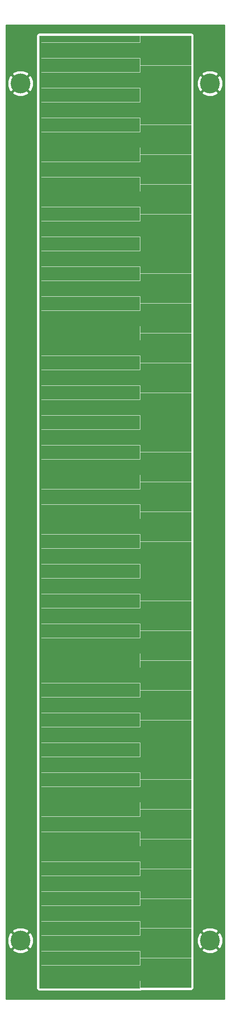
<source format=gbr>
G04 #@! TF.FileFunction,Copper,L1,Top,Signal*
%FSLAX46Y46*%
G04 Gerber Fmt 4.6, Leading zero omitted, Abs format (unit mm)*
G04 Created by KiCad (PCBNEW 4.0.7) date Thu May 24 18:36:53 2018*
%MOMM*%
%LPD*%
G01*
G04 APERTURE LIST*
%ADD10C,0.100000*%
%ADD11C,0.001000*%
%ADD12C,4.175000*%
%ADD13C,0.254000*%
G04 APERTURE END LIST*
D10*
D11*
G36*
X100000000Y-100000000D02*
X100000000Y-101482500D01*
X79200000Y-101482500D01*
X79200000Y-104607500D01*
X100000000Y-104607500D01*
X100000000Y-106090000D01*
X110640000Y-106090000D01*
X110640000Y-100000000D01*
X100000000Y-100000000D01*
G37*
X100000000Y-100000000D02*
X100000000Y-101482500D01*
X79200000Y-101482500D01*
X79200000Y-104607500D01*
X100000000Y-104607500D01*
X100000000Y-106090000D01*
X110640000Y-106090000D01*
X110640000Y-100000000D01*
X100000000Y-100000000D01*
G36*
X100000000Y-106250000D02*
X100000000Y-107732500D01*
X79200000Y-107732500D01*
X79200000Y-110857500D01*
X100000000Y-110857500D01*
X100000000Y-112340000D01*
X110640000Y-112340000D01*
X110640000Y-106250000D01*
X100000000Y-106250000D01*
G37*
X100000000Y-106250000D02*
X100000000Y-107732500D01*
X79200000Y-107732500D01*
X79200000Y-110857500D01*
X100000000Y-110857500D01*
X100000000Y-112340000D01*
X110640000Y-112340000D01*
X110640000Y-106250000D01*
X100000000Y-106250000D01*
G36*
X100000000Y-112500000D02*
X100000000Y-113982500D01*
X79200000Y-113982500D01*
X79200000Y-117107500D01*
X100000000Y-117107500D01*
X100000000Y-118590000D01*
X110640000Y-118590000D01*
X110640000Y-112500000D01*
X100000000Y-112500000D01*
G37*
X100000000Y-112500000D02*
X100000000Y-113982500D01*
X79200000Y-113982500D01*
X79200000Y-117107500D01*
X100000000Y-117107500D01*
X100000000Y-118590000D01*
X110640000Y-118590000D01*
X110640000Y-112500000D01*
X100000000Y-112500000D01*
G36*
X100000000Y-118750000D02*
X100000000Y-120232500D01*
X79200000Y-120232500D01*
X79200000Y-123357500D01*
X100000000Y-123357500D01*
X100000000Y-124840000D01*
X110640000Y-124840000D01*
X110640000Y-118750000D01*
X100000000Y-118750000D01*
G37*
X100000000Y-118750000D02*
X100000000Y-120232500D01*
X79200000Y-120232500D01*
X79200000Y-123357500D01*
X100000000Y-123357500D01*
X100000000Y-124840000D01*
X110640000Y-124840000D01*
X110640000Y-118750000D01*
X100000000Y-118750000D01*
G36*
X100000000Y-125000000D02*
X100000000Y-126482500D01*
X79200000Y-126482500D01*
X79200000Y-129607500D01*
X100000000Y-129607500D01*
X100000000Y-131090000D01*
X110640000Y-131090000D01*
X110640000Y-125000000D01*
X100000000Y-125000000D01*
G37*
X100000000Y-125000000D02*
X100000000Y-126482500D01*
X79200000Y-126482500D01*
X79200000Y-129607500D01*
X100000000Y-129607500D01*
X100000000Y-131090000D01*
X110640000Y-131090000D01*
X110640000Y-125000000D01*
X100000000Y-125000000D01*
G36*
X100000000Y-131250000D02*
X100000000Y-132732500D01*
X79200000Y-132732500D01*
X79200000Y-135857500D01*
X100000000Y-135857500D01*
X100000000Y-137340000D01*
X110640000Y-137340000D01*
X110640000Y-131250000D01*
X100000000Y-131250000D01*
G37*
X100000000Y-131250000D02*
X100000000Y-132732500D01*
X79200000Y-132732500D01*
X79200000Y-135857500D01*
X100000000Y-135857500D01*
X100000000Y-137340000D01*
X110640000Y-137340000D01*
X110640000Y-131250000D01*
X100000000Y-131250000D01*
G36*
X100000000Y-137500000D02*
X100000000Y-138982500D01*
X79200000Y-138982500D01*
X79200000Y-142107500D01*
X100000000Y-142107500D01*
X100000000Y-143590000D01*
X110640000Y-143590000D01*
X110640000Y-137500000D01*
X100000000Y-137500000D01*
G37*
X100000000Y-137500000D02*
X100000000Y-138982500D01*
X79200000Y-138982500D01*
X79200000Y-142107500D01*
X100000000Y-142107500D01*
X100000000Y-143590000D01*
X110640000Y-143590000D01*
X110640000Y-137500000D01*
X100000000Y-137500000D01*
G36*
X100000000Y-143750000D02*
X100000000Y-145232500D01*
X79200000Y-145232500D01*
X79200000Y-148357500D01*
X100000000Y-148357500D01*
X100000000Y-149840000D01*
X110640000Y-149840000D01*
X110640000Y-143750000D01*
X100000000Y-143750000D01*
G37*
X100000000Y-143750000D02*
X100000000Y-145232500D01*
X79200000Y-145232500D01*
X79200000Y-148357500D01*
X100000000Y-148357500D01*
X100000000Y-149840000D01*
X110640000Y-149840000D01*
X110640000Y-143750000D01*
X100000000Y-143750000D01*
G36*
X100000000Y-150000000D02*
X100000000Y-151482500D01*
X79200000Y-151482500D01*
X79200000Y-154607500D01*
X100000000Y-154607500D01*
X100000000Y-156090000D01*
X110640000Y-156090000D01*
X110640000Y-150000000D01*
X100000000Y-150000000D01*
G37*
X100000000Y-150000000D02*
X100000000Y-151482500D01*
X79200000Y-151482500D01*
X79200000Y-154607500D01*
X100000000Y-154607500D01*
X100000000Y-156090000D01*
X110640000Y-156090000D01*
X110640000Y-150000000D01*
X100000000Y-150000000D01*
G36*
X100000000Y-156250000D02*
X100000000Y-157732500D01*
X79200000Y-157732500D01*
X79200000Y-160857500D01*
X100000000Y-160857500D01*
X100000000Y-162340000D01*
X110640000Y-162340000D01*
X110640000Y-156250000D01*
X100000000Y-156250000D01*
G37*
X100000000Y-156250000D02*
X100000000Y-157732500D01*
X79200000Y-157732500D01*
X79200000Y-160857500D01*
X100000000Y-160857500D01*
X100000000Y-162340000D01*
X110640000Y-162340000D01*
X110640000Y-156250000D01*
X100000000Y-156250000D01*
G36*
X100000000Y-162500000D02*
X100000000Y-163982500D01*
X79200000Y-163982500D01*
X79200000Y-167107500D01*
X100000000Y-167107500D01*
X100000000Y-168590000D01*
X110640000Y-168590000D01*
X110640000Y-162500000D01*
X100000000Y-162500000D01*
G37*
X100000000Y-162500000D02*
X100000000Y-163982500D01*
X79200000Y-163982500D01*
X79200000Y-167107500D01*
X100000000Y-167107500D01*
X100000000Y-168590000D01*
X110640000Y-168590000D01*
X110640000Y-162500000D01*
X100000000Y-162500000D01*
G36*
X100000000Y-168750000D02*
X100000000Y-170232500D01*
X79200000Y-170232500D01*
X79200000Y-173357500D01*
X100000000Y-173357500D01*
X100000000Y-174840000D01*
X110640000Y-174840000D01*
X110640000Y-168750000D01*
X100000000Y-168750000D01*
G37*
X100000000Y-168750000D02*
X100000000Y-170232500D01*
X79200000Y-170232500D01*
X79200000Y-173357500D01*
X100000000Y-173357500D01*
X100000000Y-174840000D01*
X110640000Y-174840000D01*
X110640000Y-168750000D01*
X100000000Y-168750000D01*
G36*
X100000000Y-175000000D02*
X100000000Y-176482500D01*
X79200000Y-176482500D01*
X79200000Y-179607500D01*
X100000000Y-179607500D01*
X100000000Y-181090000D01*
X110640000Y-181090000D01*
X110640000Y-175000000D01*
X100000000Y-175000000D01*
G37*
X100000000Y-175000000D02*
X100000000Y-176482500D01*
X79200000Y-176482500D01*
X79200000Y-179607500D01*
X100000000Y-179607500D01*
X100000000Y-181090000D01*
X110640000Y-181090000D01*
X110640000Y-175000000D01*
X100000000Y-175000000D01*
G36*
X100000000Y-181250000D02*
X100000000Y-182732500D01*
X79200000Y-182732500D01*
X79200000Y-185857500D01*
X100000000Y-185857500D01*
X100000000Y-187340000D01*
X110640000Y-187340000D01*
X110640000Y-181250000D01*
X100000000Y-181250000D01*
G37*
X100000000Y-181250000D02*
X100000000Y-182732500D01*
X79200000Y-182732500D01*
X79200000Y-185857500D01*
X100000000Y-185857500D01*
X100000000Y-187340000D01*
X110640000Y-187340000D01*
X110640000Y-181250000D01*
X100000000Y-181250000D01*
G36*
X100000000Y-187500000D02*
X100000000Y-188982500D01*
X79200000Y-188982500D01*
X79200000Y-192107500D01*
X100000000Y-192107500D01*
X100000000Y-193590000D01*
X110640000Y-193590000D01*
X110640000Y-187500000D01*
X100000000Y-187500000D01*
G37*
X100000000Y-187500000D02*
X100000000Y-188982500D01*
X79200000Y-188982500D01*
X79200000Y-192107500D01*
X100000000Y-192107500D01*
X100000000Y-193590000D01*
X110640000Y-193590000D01*
X110640000Y-187500000D01*
X100000000Y-187500000D01*
G36*
X100000000Y-193750000D02*
X100000000Y-195232500D01*
X79200000Y-195232500D01*
X79200000Y-198357500D01*
X100000000Y-198357500D01*
X100000000Y-199840000D01*
X110640000Y-199840000D01*
X110640000Y-193750000D01*
X100000000Y-193750000D01*
G37*
X100000000Y-193750000D02*
X100000000Y-195232500D01*
X79200000Y-195232500D01*
X79200000Y-198357500D01*
X100000000Y-198357500D01*
X100000000Y-199840000D01*
X110640000Y-199840000D01*
X110640000Y-193750000D01*
X100000000Y-193750000D01*
G36*
X100000000Y-200000000D02*
X100000000Y-201482500D01*
X79200000Y-201482500D01*
X79200000Y-204607500D01*
X100000000Y-204607500D01*
X100000000Y-206090000D01*
X110640000Y-206090000D01*
X110640000Y-200000000D01*
X100000000Y-200000000D01*
G37*
X100000000Y-200000000D02*
X100000000Y-201482500D01*
X79200000Y-201482500D01*
X79200000Y-204607500D01*
X100000000Y-204607500D01*
X100000000Y-206090000D01*
X110640000Y-206090000D01*
X110640000Y-200000000D01*
X100000000Y-200000000D01*
G36*
X100000000Y-206250000D02*
X100000000Y-207732500D01*
X79200000Y-207732500D01*
X79200000Y-210857500D01*
X100000000Y-210857500D01*
X100000000Y-212340000D01*
X110640000Y-212340000D01*
X110640000Y-206250000D01*
X100000000Y-206250000D01*
G37*
X100000000Y-206250000D02*
X100000000Y-207732500D01*
X79200000Y-207732500D01*
X79200000Y-210857500D01*
X100000000Y-210857500D01*
X100000000Y-212340000D01*
X110640000Y-212340000D01*
X110640000Y-206250000D01*
X100000000Y-206250000D01*
G36*
X100000000Y-212500000D02*
X100000000Y-213982500D01*
X79200000Y-213982500D01*
X79200000Y-217107500D01*
X100000000Y-217107500D01*
X100000000Y-218590000D01*
X110640000Y-218590000D01*
X110640000Y-212500000D01*
X100000000Y-212500000D01*
G37*
X100000000Y-212500000D02*
X100000000Y-213982500D01*
X79200000Y-213982500D01*
X79200000Y-217107500D01*
X100000000Y-217107500D01*
X100000000Y-218590000D01*
X110640000Y-218590000D01*
X110640000Y-212500000D01*
X100000000Y-212500000D01*
G36*
X100000000Y-218750000D02*
X100000000Y-220232500D01*
X79200000Y-220232500D01*
X79200000Y-223357500D01*
X100000000Y-223357500D01*
X100000000Y-224840000D01*
X110640000Y-224840000D01*
X110640000Y-218750000D01*
X100000000Y-218750000D01*
G37*
X100000000Y-218750000D02*
X100000000Y-220232500D01*
X79200000Y-220232500D01*
X79200000Y-223357500D01*
X100000000Y-223357500D01*
X100000000Y-224840000D01*
X110640000Y-224840000D01*
X110640000Y-218750000D01*
X100000000Y-218750000D01*
G36*
X100000000Y-225000000D02*
X100000000Y-226482500D01*
X79200000Y-226482500D01*
X79200000Y-229607500D01*
X100000000Y-229607500D01*
X100000000Y-231090000D01*
X110640000Y-231090000D01*
X110640000Y-225000000D01*
X100000000Y-225000000D01*
G37*
X100000000Y-225000000D02*
X100000000Y-226482500D01*
X79200000Y-226482500D01*
X79200000Y-229607500D01*
X100000000Y-229607500D01*
X100000000Y-231090000D01*
X110640000Y-231090000D01*
X110640000Y-225000000D01*
X100000000Y-225000000D01*
G36*
X100000000Y-231250000D02*
X100000000Y-232732500D01*
X79200000Y-232732500D01*
X79200000Y-235857500D01*
X100000000Y-235857500D01*
X100000000Y-237340000D01*
X110640000Y-237340000D01*
X110640000Y-231250000D01*
X100000000Y-231250000D01*
G37*
X100000000Y-231250000D02*
X100000000Y-232732500D01*
X79200000Y-232732500D01*
X79200000Y-235857500D01*
X100000000Y-235857500D01*
X100000000Y-237340000D01*
X110640000Y-237340000D01*
X110640000Y-231250000D01*
X100000000Y-231250000D01*
G36*
X100000000Y-237500000D02*
X100000000Y-238982500D01*
X79200000Y-238982500D01*
X79200000Y-242107500D01*
X100000000Y-242107500D01*
X100000000Y-243590000D01*
X110640000Y-243590000D01*
X110640000Y-237500000D01*
X100000000Y-237500000D01*
G37*
X100000000Y-237500000D02*
X100000000Y-238982500D01*
X79200000Y-238982500D01*
X79200000Y-242107500D01*
X100000000Y-242107500D01*
X100000000Y-243590000D01*
X110640000Y-243590000D01*
X110640000Y-237500000D01*
X100000000Y-237500000D01*
G36*
X100000000Y-243750000D02*
X100000000Y-245232500D01*
X79200000Y-245232500D01*
X79200000Y-248357500D01*
X100000000Y-248357500D01*
X100000000Y-249840000D01*
X110640000Y-249840000D01*
X110640000Y-243750000D01*
X100000000Y-243750000D01*
G37*
X100000000Y-243750000D02*
X100000000Y-245232500D01*
X79200000Y-245232500D01*
X79200000Y-248357500D01*
X100000000Y-248357500D01*
X100000000Y-249840000D01*
X110640000Y-249840000D01*
X110640000Y-243750000D01*
X100000000Y-243750000D01*
G36*
X100000000Y-250000000D02*
X100000000Y-251482500D01*
X79200000Y-251482500D01*
X79200000Y-254607500D01*
X100000000Y-254607500D01*
X100000000Y-256090000D01*
X110640000Y-256090000D01*
X110640000Y-250000000D01*
X100000000Y-250000000D01*
G37*
X100000000Y-250000000D02*
X100000000Y-251482500D01*
X79200000Y-251482500D01*
X79200000Y-254607500D01*
X100000000Y-254607500D01*
X100000000Y-256090000D01*
X110640000Y-256090000D01*
X110640000Y-250000000D01*
X100000000Y-250000000D01*
G36*
X100000000Y-256250000D02*
X100000000Y-257732500D01*
X79200000Y-257732500D01*
X79200000Y-260857500D01*
X100000000Y-260857500D01*
X100000000Y-262340000D01*
X110640000Y-262340000D01*
X110640000Y-256250000D01*
X100000000Y-256250000D01*
G37*
X100000000Y-256250000D02*
X100000000Y-257732500D01*
X79200000Y-257732500D01*
X79200000Y-260857500D01*
X100000000Y-260857500D01*
X100000000Y-262340000D01*
X110640000Y-262340000D01*
X110640000Y-256250000D01*
X100000000Y-256250000D01*
G36*
X100000000Y-262500000D02*
X100000000Y-263982500D01*
X79200000Y-263982500D01*
X79200000Y-267107500D01*
X100000000Y-267107500D01*
X100000000Y-268590000D01*
X110640000Y-268590000D01*
X110640000Y-262500000D01*
X100000000Y-262500000D01*
G37*
X100000000Y-262500000D02*
X100000000Y-263982500D01*
X79200000Y-263982500D01*
X79200000Y-267107500D01*
X100000000Y-267107500D01*
X100000000Y-268590000D01*
X110640000Y-268590000D01*
X110640000Y-262500000D01*
X100000000Y-262500000D01*
G36*
X100000000Y-268750000D02*
X100000000Y-270232500D01*
X79200000Y-270232500D01*
X79200000Y-273357500D01*
X100000000Y-273357500D01*
X100000000Y-274840000D01*
X110640000Y-274840000D01*
X110640000Y-268750000D01*
X100000000Y-268750000D01*
G37*
X100000000Y-268750000D02*
X100000000Y-270232500D01*
X79200000Y-270232500D01*
X79200000Y-273357500D01*
X100000000Y-273357500D01*
X100000000Y-274840000D01*
X110640000Y-274840000D01*
X110640000Y-268750000D01*
X100000000Y-268750000D01*
G36*
X100000000Y-275000000D02*
X100000000Y-276482500D01*
X79200000Y-276482500D01*
X79200000Y-279607500D01*
X100000000Y-279607500D01*
X100000000Y-281090000D01*
X110640000Y-281090000D01*
X110640000Y-275000000D01*
X100000000Y-275000000D01*
G37*
X100000000Y-275000000D02*
X100000000Y-276482500D01*
X79200000Y-276482500D01*
X79200000Y-279607500D01*
X100000000Y-279607500D01*
X100000000Y-281090000D01*
X110640000Y-281090000D01*
X110640000Y-275000000D01*
X100000000Y-275000000D01*
G36*
X100000000Y-281250000D02*
X100000000Y-282732500D01*
X79200000Y-282732500D01*
X79200000Y-285857500D01*
X100000000Y-285857500D01*
X100000000Y-287340000D01*
X110640000Y-287340000D01*
X110640000Y-281250000D01*
X100000000Y-281250000D01*
G37*
X100000000Y-281250000D02*
X100000000Y-282732500D01*
X79200000Y-282732500D01*
X79200000Y-285857500D01*
X100000000Y-285857500D01*
X100000000Y-287340000D01*
X110640000Y-287340000D01*
X110640000Y-281250000D01*
X100000000Y-281250000D01*
G36*
X100000000Y-287500000D02*
X100000000Y-288982500D01*
X79200000Y-288982500D01*
X79200000Y-292107500D01*
X100000000Y-292107500D01*
X100000000Y-293590000D01*
X110640000Y-293590000D01*
X110640000Y-287500000D01*
X100000000Y-287500000D01*
G37*
X100000000Y-287500000D02*
X100000000Y-288982500D01*
X79200000Y-288982500D01*
X79200000Y-292107500D01*
X100000000Y-292107500D01*
X100000000Y-293590000D01*
X110640000Y-293590000D01*
X110640000Y-287500000D01*
X100000000Y-287500000D01*
G36*
X100000000Y-293750000D02*
X100000000Y-295232500D01*
X79200000Y-295232500D01*
X79200000Y-298357500D01*
X100000000Y-298357500D01*
X100000000Y-299840000D01*
X110640000Y-299840000D01*
X110640000Y-293750000D01*
X100000000Y-293750000D01*
G37*
X100000000Y-293750000D02*
X100000000Y-295232500D01*
X79200000Y-295232500D01*
X79200000Y-298357500D01*
X100000000Y-298357500D01*
X100000000Y-299840000D01*
X110640000Y-299840000D01*
X110640000Y-293750000D01*
X100000000Y-293750000D01*
G36*
X99847600Y-100000000D02*
X99847600Y-101330100D01*
X79047600Y-101330100D01*
X79047600Y-104759900D01*
X99847600Y-104759900D01*
X99847600Y-106090000D01*
X99847600Y-106250000D01*
X99847600Y-107580100D01*
X79047600Y-107580100D01*
X79047600Y-111009900D01*
X99847600Y-111009900D01*
X99847600Y-112340000D01*
X99847600Y-112500000D01*
X99847600Y-113830100D01*
X79047600Y-113830100D01*
X79047600Y-117259900D01*
X99847600Y-117259900D01*
X99847600Y-118590000D01*
X99847600Y-118750000D01*
X99847600Y-120080100D01*
X79047600Y-120080100D01*
X79047600Y-123509900D01*
X99847600Y-123509900D01*
X99847600Y-124840000D01*
X99847600Y-125000000D01*
X99847600Y-126330100D01*
X79047600Y-126330100D01*
X79047600Y-129759900D01*
X99847600Y-129759900D01*
X99847600Y-131090000D01*
X99847600Y-131250000D01*
X99847600Y-132580100D01*
X79047600Y-132580100D01*
X79047600Y-136009900D01*
X99847600Y-136009900D01*
X99847600Y-137340000D01*
X99847600Y-137500000D01*
X99847600Y-138830100D01*
X79047600Y-138830100D01*
X79047600Y-142259900D01*
X99847600Y-142259900D01*
X99847600Y-143590000D01*
X99847600Y-143750000D01*
X99847600Y-145080100D01*
X79047600Y-145080100D01*
X79047600Y-148509900D01*
X99847600Y-148509900D01*
X99847600Y-149840000D01*
X99847600Y-150000000D01*
X99847600Y-151330100D01*
X79047600Y-151330100D01*
X79047600Y-154759900D01*
X99847600Y-154759900D01*
X99847600Y-156090000D01*
X99847600Y-156250000D01*
X99847600Y-157580100D01*
X79047600Y-157580100D01*
X79047600Y-161009900D01*
X99847600Y-161009900D01*
X99847600Y-162340000D01*
X99847600Y-162500000D01*
X99847600Y-163830100D01*
X79047600Y-163830100D01*
X79047600Y-167259900D01*
X99847600Y-167259900D01*
X99847600Y-168590000D01*
X99847600Y-168750000D01*
X99847600Y-170080100D01*
X79047600Y-170080100D01*
X79047600Y-173509900D01*
X99847600Y-173509900D01*
X99847600Y-174840000D01*
X99847600Y-175000000D01*
X99847600Y-176330100D01*
X79047600Y-176330100D01*
X79047600Y-179759900D01*
X99847600Y-179759900D01*
X99847600Y-181090000D01*
X99847600Y-181250000D01*
X99847600Y-182580100D01*
X79047600Y-182580100D01*
X79047600Y-186009900D01*
X99847600Y-186009900D01*
X99847600Y-187340000D01*
X99847600Y-187500000D01*
X99847600Y-188830100D01*
X79047600Y-188830100D01*
X79047600Y-192259900D01*
X99847600Y-192259900D01*
X99847600Y-193590000D01*
X99847600Y-193750000D01*
X99847600Y-195080100D01*
X79047600Y-195080100D01*
X79047600Y-198509900D01*
X99847600Y-198509900D01*
X99847600Y-199840000D01*
X99847600Y-200000000D01*
X99847600Y-201330100D01*
X79047600Y-201330100D01*
X79047600Y-204759900D01*
X99847600Y-204759900D01*
X99847600Y-206090000D01*
X99847600Y-206250000D01*
X99847600Y-207580100D01*
X79047600Y-207580100D01*
X79047600Y-211009900D01*
X99847600Y-211009900D01*
X99847600Y-212340000D01*
X99847600Y-212500000D01*
X99847600Y-213830100D01*
X79047600Y-213830100D01*
X79047600Y-217259900D01*
X99847600Y-217259900D01*
X99847600Y-218590000D01*
X99847600Y-218750000D01*
X99847600Y-220080100D01*
X79047600Y-220080100D01*
X79047600Y-223509900D01*
X99847600Y-223509900D01*
X99847600Y-224840000D01*
X99847600Y-225000000D01*
X99847600Y-226330100D01*
X79047600Y-226330100D01*
X79047600Y-229759900D01*
X99847600Y-229759900D01*
X99847600Y-231090000D01*
X99847600Y-231250000D01*
X99847600Y-232580100D01*
X79047600Y-232580100D01*
X79047600Y-236009900D01*
X99847600Y-236009900D01*
X99847600Y-237340000D01*
X99847600Y-237500000D01*
X99847600Y-238830100D01*
X79047600Y-238830100D01*
X79047600Y-242259900D01*
X99847600Y-242259900D01*
X99847600Y-243590000D01*
X99847600Y-243750000D01*
X99847600Y-245080100D01*
X79047600Y-245080100D01*
X79047600Y-248509900D01*
X99847600Y-248509900D01*
X99847600Y-249840000D01*
X99847600Y-250000000D01*
X99847600Y-251330100D01*
X79047600Y-251330100D01*
X79047600Y-254759900D01*
X99847600Y-254759900D01*
X99847600Y-256090000D01*
X99847600Y-256250000D01*
X99847600Y-257580100D01*
X79047600Y-257580100D01*
X79047600Y-261009900D01*
X99847600Y-261009900D01*
X99847600Y-262340000D01*
X99847600Y-262500000D01*
X99847600Y-263830100D01*
X79047600Y-263830100D01*
X79047600Y-267259900D01*
X99847600Y-267259900D01*
X99847600Y-268590000D01*
X99847600Y-268750000D01*
X99847600Y-270080100D01*
X79047600Y-270080100D01*
X79047600Y-273509900D01*
X99847600Y-273509900D01*
X99847600Y-274840000D01*
X99847600Y-275000000D01*
X99847600Y-276330100D01*
X79047600Y-276330100D01*
X79047600Y-279759900D01*
X99847600Y-279759900D01*
X99847600Y-281090000D01*
X99847600Y-281250000D01*
X99847600Y-282580100D01*
X79047600Y-282580100D01*
X79047600Y-286009900D01*
X99847600Y-286009900D01*
X99847600Y-287340000D01*
X99847600Y-287500000D01*
X99847600Y-288830100D01*
X79047600Y-288830100D01*
X79047600Y-292259900D01*
X99847600Y-292259900D01*
X99847600Y-293590000D01*
X99847600Y-293750000D01*
X99847600Y-295080100D01*
X79047600Y-295080100D01*
X79047600Y-298509900D01*
X99847600Y-298509900D01*
X99847600Y-299840000D01*
X99847600Y-300000000D01*
X78747600Y-300000000D01*
X78747600Y-100000000D01*
X99847600Y-100000000D01*
G37*
X99847600Y-100000000D02*
X99847600Y-101330100D01*
X79047600Y-101330100D01*
X79047600Y-104759900D01*
X99847600Y-104759900D01*
X99847600Y-106090000D01*
X99847600Y-106250000D01*
X99847600Y-107580100D01*
X79047600Y-107580100D01*
X79047600Y-111009900D01*
X99847600Y-111009900D01*
X99847600Y-112340000D01*
X99847600Y-112500000D01*
X99847600Y-113830100D01*
X79047600Y-113830100D01*
X79047600Y-117259900D01*
X99847600Y-117259900D01*
X99847600Y-118590000D01*
X99847600Y-118750000D01*
X99847600Y-120080100D01*
X79047600Y-120080100D01*
X79047600Y-123509900D01*
X99847600Y-123509900D01*
X99847600Y-124840000D01*
X99847600Y-125000000D01*
X99847600Y-126330100D01*
X79047600Y-126330100D01*
X79047600Y-129759900D01*
X99847600Y-129759900D01*
X99847600Y-131090000D01*
X99847600Y-131250000D01*
X99847600Y-132580100D01*
X79047600Y-132580100D01*
X79047600Y-136009900D01*
X99847600Y-136009900D01*
X99847600Y-137340000D01*
X99847600Y-137500000D01*
X99847600Y-138830100D01*
X79047600Y-138830100D01*
X79047600Y-142259900D01*
X99847600Y-142259900D01*
X99847600Y-143590000D01*
X99847600Y-143750000D01*
X99847600Y-145080100D01*
X79047600Y-145080100D01*
X79047600Y-148509900D01*
X99847600Y-148509900D01*
X99847600Y-149840000D01*
X99847600Y-150000000D01*
X99847600Y-151330100D01*
X79047600Y-151330100D01*
X79047600Y-154759900D01*
X99847600Y-154759900D01*
X99847600Y-156090000D01*
X99847600Y-156250000D01*
X99847600Y-157580100D01*
X79047600Y-157580100D01*
X79047600Y-161009900D01*
X99847600Y-161009900D01*
X99847600Y-162340000D01*
X99847600Y-162500000D01*
X99847600Y-163830100D01*
X79047600Y-163830100D01*
X79047600Y-167259900D01*
X99847600Y-167259900D01*
X99847600Y-168590000D01*
X99847600Y-168750000D01*
X99847600Y-170080100D01*
X79047600Y-170080100D01*
X79047600Y-173509900D01*
X99847600Y-173509900D01*
X99847600Y-174840000D01*
X99847600Y-175000000D01*
X99847600Y-176330100D01*
X79047600Y-176330100D01*
X79047600Y-179759900D01*
X99847600Y-179759900D01*
X99847600Y-181090000D01*
X99847600Y-181250000D01*
X99847600Y-182580100D01*
X79047600Y-182580100D01*
X79047600Y-186009900D01*
X99847600Y-186009900D01*
X99847600Y-187340000D01*
X99847600Y-187500000D01*
X99847600Y-188830100D01*
X79047600Y-188830100D01*
X79047600Y-192259900D01*
X99847600Y-192259900D01*
X99847600Y-193590000D01*
X99847600Y-193750000D01*
X99847600Y-195080100D01*
X79047600Y-195080100D01*
X79047600Y-198509900D01*
X99847600Y-198509900D01*
X99847600Y-199840000D01*
X99847600Y-200000000D01*
X99847600Y-201330100D01*
X79047600Y-201330100D01*
X79047600Y-204759900D01*
X99847600Y-204759900D01*
X99847600Y-206090000D01*
X99847600Y-206250000D01*
X99847600Y-207580100D01*
X79047600Y-207580100D01*
X79047600Y-211009900D01*
X99847600Y-211009900D01*
X99847600Y-212340000D01*
X99847600Y-212500000D01*
X99847600Y-213830100D01*
X79047600Y-213830100D01*
X79047600Y-217259900D01*
X99847600Y-217259900D01*
X99847600Y-218590000D01*
X99847600Y-218750000D01*
X99847600Y-220080100D01*
X79047600Y-220080100D01*
X79047600Y-223509900D01*
X99847600Y-223509900D01*
X99847600Y-224840000D01*
X99847600Y-225000000D01*
X99847600Y-226330100D01*
X79047600Y-226330100D01*
X79047600Y-229759900D01*
X99847600Y-229759900D01*
X99847600Y-231090000D01*
X99847600Y-231250000D01*
X99847600Y-232580100D01*
X79047600Y-232580100D01*
X79047600Y-236009900D01*
X99847600Y-236009900D01*
X99847600Y-237340000D01*
X99847600Y-237500000D01*
X99847600Y-238830100D01*
X79047600Y-238830100D01*
X79047600Y-242259900D01*
X99847600Y-242259900D01*
X99847600Y-243590000D01*
X99847600Y-243750000D01*
X99847600Y-245080100D01*
X79047600Y-245080100D01*
X79047600Y-248509900D01*
X99847600Y-248509900D01*
X99847600Y-249840000D01*
X99847600Y-250000000D01*
X99847600Y-251330100D01*
X79047600Y-251330100D01*
X79047600Y-254759900D01*
X99847600Y-254759900D01*
X99847600Y-256090000D01*
X99847600Y-256250000D01*
X99847600Y-257580100D01*
X79047600Y-257580100D01*
X79047600Y-261009900D01*
X99847600Y-261009900D01*
X99847600Y-262340000D01*
X99847600Y-262500000D01*
X99847600Y-263830100D01*
X79047600Y-263830100D01*
X79047600Y-267259900D01*
X99847600Y-267259900D01*
X99847600Y-268590000D01*
X99847600Y-268750000D01*
X99847600Y-270080100D01*
X79047600Y-270080100D01*
X79047600Y-273509900D01*
X99847600Y-273509900D01*
X99847600Y-274840000D01*
X99847600Y-275000000D01*
X99847600Y-276330100D01*
X79047600Y-276330100D01*
X79047600Y-279759900D01*
X99847600Y-279759900D01*
X99847600Y-281090000D01*
X99847600Y-281250000D01*
X99847600Y-282580100D01*
X79047600Y-282580100D01*
X79047600Y-286009900D01*
X99847600Y-286009900D01*
X99847600Y-287340000D01*
X99847600Y-287500000D01*
X99847600Y-288830100D01*
X79047600Y-288830100D01*
X79047600Y-292259900D01*
X99847600Y-292259900D01*
X99847600Y-293590000D01*
X99847600Y-293750000D01*
X99847600Y-295080100D01*
X79047600Y-295080100D01*
X79047600Y-298509900D01*
X99847600Y-298509900D01*
X99847600Y-299840000D01*
X99847600Y-300000000D01*
X78747600Y-300000000D01*
X78747600Y-100000000D01*
X99847600Y-100000000D01*
D12*
X74747600Y-110000000D03*
X114640000Y-110000000D03*
X74747600Y-290000000D03*
X114640000Y-290000000D03*
D13*
G36*
X117655740Y-302290000D02*
X71734280Y-302290000D01*
X71734280Y-291938183D01*
X72989023Y-291938183D01*
X73220458Y-292317996D01*
X74223763Y-292725961D01*
X75306818Y-292718923D01*
X76274742Y-292317996D01*
X76506177Y-291938183D01*
X74747600Y-290179605D01*
X72989023Y-291938183D01*
X71734280Y-291938183D01*
X71734280Y-289476163D01*
X72021639Y-289476163D01*
X72028677Y-290559218D01*
X72429604Y-291527142D01*
X72809417Y-291758577D01*
X74567995Y-290000000D01*
X74927205Y-290000000D01*
X76685783Y-291758577D01*
X77065596Y-291527142D01*
X77473561Y-290523837D01*
X77466523Y-289440782D01*
X77065596Y-288472858D01*
X76685783Y-288241423D01*
X74927205Y-290000000D01*
X74567995Y-290000000D01*
X72809417Y-288241423D01*
X72429604Y-288472858D01*
X72021639Y-289476163D01*
X71734280Y-289476163D01*
X71734280Y-288061817D01*
X72989023Y-288061817D01*
X74747600Y-289820395D01*
X76506177Y-288061817D01*
X76274742Y-287682004D01*
X75271437Y-287274039D01*
X74188382Y-287281077D01*
X73220458Y-287682004D01*
X72989023Y-288061817D01*
X71734280Y-288061817D01*
X71734280Y-111938183D01*
X72989023Y-111938183D01*
X73220458Y-112317996D01*
X74223763Y-112725961D01*
X75306818Y-112718923D01*
X76274742Y-112317996D01*
X76506177Y-111938183D01*
X74747600Y-110179605D01*
X72989023Y-111938183D01*
X71734280Y-111938183D01*
X71734280Y-109476163D01*
X72021639Y-109476163D01*
X72028677Y-110559218D01*
X72429604Y-111527142D01*
X72809417Y-111758577D01*
X74567995Y-110000000D01*
X74927205Y-110000000D01*
X76685783Y-111758577D01*
X77065596Y-111527142D01*
X77473561Y-110523837D01*
X77466523Y-109440782D01*
X77065596Y-108472858D01*
X76685783Y-108241423D01*
X74927205Y-110000000D01*
X74567995Y-110000000D01*
X72809417Y-108241423D01*
X72429604Y-108472858D01*
X72021639Y-109476163D01*
X71734280Y-109476163D01*
X71734280Y-108061817D01*
X72989023Y-108061817D01*
X74747600Y-109820395D01*
X76506177Y-108061817D01*
X76274742Y-107682004D01*
X75271437Y-107274039D01*
X74188382Y-107281077D01*
X73220458Y-107682004D01*
X72989023Y-108061817D01*
X71734280Y-108061817D01*
X71734280Y-100000000D01*
X78112100Y-100000000D01*
X78112100Y-300000000D01*
X78160475Y-300243195D01*
X78298234Y-300449366D01*
X78504405Y-300587125D01*
X78747600Y-300635500D01*
X99847600Y-300635500D01*
X100090795Y-300587125D01*
X100257854Y-300475500D01*
X110640000Y-300475500D01*
X110883195Y-300427125D01*
X111089366Y-300289366D01*
X111227125Y-300083195D01*
X111275500Y-299840000D01*
X111275500Y-293750000D01*
X111259587Y-293670000D01*
X111275500Y-293590000D01*
X111275500Y-291938183D01*
X112881423Y-291938183D01*
X113112858Y-292317996D01*
X114116163Y-292725961D01*
X115199218Y-292718923D01*
X116167142Y-292317996D01*
X116398577Y-291938183D01*
X114640000Y-290179605D01*
X112881423Y-291938183D01*
X111275500Y-291938183D01*
X111275500Y-289476163D01*
X111914039Y-289476163D01*
X111921077Y-290559218D01*
X112322004Y-291527142D01*
X112701817Y-291758577D01*
X114460395Y-290000000D01*
X114819605Y-290000000D01*
X116578183Y-291758577D01*
X116957996Y-291527142D01*
X117365961Y-290523837D01*
X117358923Y-289440782D01*
X116957996Y-288472858D01*
X116578183Y-288241423D01*
X114819605Y-290000000D01*
X114460395Y-290000000D01*
X112701817Y-288241423D01*
X112322004Y-288472858D01*
X111914039Y-289476163D01*
X111275500Y-289476163D01*
X111275500Y-288061817D01*
X112881423Y-288061817D01*
X114640000Y-289820395D01*
X116398577Y-288061817D01*
X116167142Y-287682004D01*
X115163837Y-287274039D01*
X114080782Y-287281077D01*
X113112858Y-287682004D01*
X112881423Y-288061817D01*
X111275500Y-288061817D01*
X111275500Y-287500000D01*
X111259587Y-287420000D01*
X111275500Y-287340000D01*
X111275500Y-281250000D01*
X111259587Y-281170000D01*
X111275500Y-281090000D01*
X111275500Y-275000000D01*
X111259587Y-274920000D01*
X111275500Y-274840000D01*
X111275500Y-268750000D01*
X111259587Y-268670000D01*
X111275500Y-268590000D01*
X111275500Y-262500000D01*
X111259587Y-262420000D01*
X111275500Y-262340000D01*
X111275500Y-256250000D01*
X111259587Y-256170000D01*
X111275500Y-256090000D01*
X111275500Y-250000000D01*
X111259587Y-249920000D01*
X111275500Y-249840000D01*
X111275500Y-243750000D01*
X111259587Y-243670000D01*
X111275500Y-243590000D01*
X111275500Y-237500000D01*
X111259587Y-237420000D01*
X111275500Y-237340000D01*
X111275500Y-231250000D01*
X111259587Y-231170000D01*
X111275500Y-231090000D01*
X111275500Y-225000000D01*
X111259587Y-224920000D01*
X111275500Y-224840000D01*
X111275500Y-218750000D01*
X111259587Y-218670000D01*
X111275500Y-218590000D01*
X111275500Y-212500000D01*
X111259587Y-212420000D01*
X111275500Y-212340000D01*
X111275500Y-206250000D01*
X111259587Y-206170000D01*
X111275500Y-206090000D01*
X111275500Y-200000000D01*
X111259587Y-199920000D01*
X111275500Y-199840000D01*
X111275500Y-193750000D01*
X111259587Y-193670000D01*
X111275500Y-193590000D01*
X111275500Y-187500000D01*
X111259587Y-187420000D01*
X111275500Y-187340000D01*
X111275500Y-181250000D01*
X111259587Y-181170000D01*
X111275500Y-181090000D01*
X111275500Y-175000000D01*
X111259587Y-174920000D01*
X111275500Y-174840000D01*
X111275500Y-168750000D01*
X111259587Y-168670000D01*
X111275500Y-168590000D01*
X111275500Y-162500000D01*
X111259587Y-162420000D01*
X111275500Y-162340000D01*
X111275500Y-156250000D01*
X111259587Y-156170000D01*
X111275500Y-156090000D01*
X111275500Y-150000000D01*
X111259587Y-149920000D01*
X111275500Y-149840000D01*
X111275500Y-143750000D01*
X111259587Y-143670000D01*
X111275500Y-143590000D01*
X111275500Y-137500000D01*
X111259587Y-137420000D01*
X111275500Y-137340000D01*
X111275500Y-131250000D01*
X111259587Y-131170000D01*
X111275500Y-131090000D01*
X111275500Y-125000000D01*
X111259587Y-124920000D01*
X111275500Y-124840000D01*
X111275500Y-118750000D01*
X111259587Y-118670000D01*
X111275500Y-118590000D01*
X111275500Y-112500000D01*
X111259587Y-112420000D01*
X111275500Y-112340000D01*
X111275500Y-111938183D01*
X112881423Y-111938183D01*
X113112858Y-112317996D01*
X114116163Y-112725961D01*
X115199218Y-112718923D01*
X116167142Y-112317996D01*
X116398577Y-111938183D01*
X114640000Y-110179605D01*
X112881423Y-111938183D01*
X111275500Y-111938183D01*
X111275500Y-109476163D01*
X111914039Y-109476163D01*
X111921077Y-110559218D01*
X112322004Y-111527142D01*
X112701817Y-111758577D01*
X114460395Y-110000000D01*
X114819605Y-110000000D01*
X116578183Y-111758577D01*
X116957996Y-111527142D01*
X117365961Y-110523837D01*
X117358923Y-109440782D01*
X116957996Y-108472858D01*
X116578183Y-108241423D01*
X114819605Y-110000000D01*
X114460395Y-110000000D01*
X112701817Y-108241423D01*
X112322004Y-108472858D01*
X111914039Y-109476163D01*
X111275500Y-109476163D01*
X111275500Y-108061817D01*
X112881423Y-108061817D01*
X114640000Y-109820395D01*
X116398577Y-108061817D01*
X116167142Y-107682004D01*
X115163837Y-107274039D01*
X114080782Y-107281077D01*
X113112858Y-107682004D01*
X112881423Y-108061817D01*
X111275500Y-108061817D01*
X111275500Y-106250000D01*
X111259587Y-106170000D01*
X111275500Y-106090000D01*
X111275500Y-100000000D01*
X111227125Y-99756805D01*
X111089366Y-99550634D01*
X110883195Y-99412875D01*
X110640000Y-99364500D01*
X100000000Y-99364500D01*
X99923800Y-99379657D01*
X99847600Y-99364500D01*
X78747600Y-99364500D01*
X78504405Y-99412875D01*
X78298234Y-99550634D01*
X78160475Y-99756805D01*
X78112100Y-100000000D01*
X71734280Y-100000000D01*
X71734280Y-97710000D01*
X117655740Y-97710000D01*
X117655740Y-302290000D01*
X117655740Y-302290000D01*
G37*
X117655740Y-302290000D02*
X71734280Y-302290000D01*
X71734280Y-291938183D01*
X72989023Y-291938183D01*
X73220458Y-292317996D01*
X74223763Y-292725961D01*
X75306818Y-292718923D01*
X76274742Y-292317996D01*
X76506177Y-291938183D01*
X74747600Y-290179605D01*
X72989023Y-291938183D01*
X71734280Y-291938183D01*
X71734280Y-289476163D01*
X72021639Y-289476163D01*
X72028677Y-290559218D01*
X72429604Y-291527142D01*
X72809417Y-291758577D01*
X74567995Y-290000000D01*
X74927205Y-290000000D01*
X76685783Y-291758577D01*
X77065596Y-291527142D01*
X77473561Y-290523837D01*
X77466523Y-289440782D01*
X77065596Y-288472858D01*
X76685783Y-288241423D01*
X74927205Y-290000000D01*
X74567995Y-290000000D01*
X72809417Y-288241423D01*
X72429604Y-288472858D01*
X72021639Y-289476163D01*
X71734280Y-289476163D01*
X71734280Y-288061817D01*
X72989023Y-288061817D01*
X74747600Y-289820395D01*
X76506177Y-288061817D01*
X76274742Y-287682004D01*
X75271437Y-287274039D01*
X74188382Y-287281077D01*
X73220458Y-287682004D01*
X72989023Y-288061817D01*
X71734280Y-288061817D01*
X71734280Y-111938183D01*
X72989023Y-111938183D01*
X73220458Y-112317996D01*
X74223763Y-112725961D01*
X75306818Y-112718923D01*
X76274742Y-112317996D01*
X76506177Y-111938183D01*
X74747600Y-110179605D01*
X72989023Y-111938183D01*
X71734280Y-111938183D01*
X71734280Y-109476163D01*
X72021639Y-109476163D01*
X72028677Y-110559218D01*
X72429604Y-111527142D01*
X72809417Y-111758577D01*
X74567995Y-110000000D01*
X74927205Y-110000000D01*
X76685783Y-111758577D01*
X77065596Y-111527142D01*
X77473561Y-110523837D01*
X77466523Y-109440782D01*
X77065596Y-108472858D01*
X76685783Y-108241423D01*
X74927205Y-110000000D01*
X74567995Y-110000000D01*
X72809417Y-108241423D01*
X72429604Y-108472858D01*
X72021639Y-109476163D01*
X71734280Y-109476163D01*
X71734280Y-108061817D01*
X72989023Y-108061817D01*
X74747600Y-109820395D01*
X76506177Y-108061817D01*
X76274742Y-107682004D01*
X75271437Y-107274039D01*
X74188382Y-107281077D01*
X73220458Y-107682004D01*
X72989023Y-108061817D01*
X71734280Y-108061817D01*
X71734280Y-100000000D01*
X78112100Y-100000000D01*
X78112100Y-300000000D01*
X78160475Y-300243195D01*
X78298234Y-300449366D01*
X78504405Y-300587125D01*
X78747600Y-300635500D01*
X99847600Y-300635500D01*
X100090795Y-300587125D01*
X100257854Y-300475500D01*
X110640000Y-300475500D01*
X110883195Y-300427125D01*
X111089366Y-300289366D01*
X111227125Y-300083195D01*
X111275500Y-299840000D01*
X111275500Y-293750000D01*
X111259587Y-293670000D01*
X111275500Y-293590000D01*
X111275500Y-291938183D01*
X112881423Y-291938183D01*
X113112858Y-292317996D01*
X114116163Y-292725961D01*
X115199218Y-292718923D01*
X116167142Y-292317996D01*
X116398577Y-291938183D01*
X114640000Y-290179605D01*
X112881423Y-291938183D01*
X111275500Y-291938183D01*
X111275500Y-289476163D01*
X111914039Y-289476163D01*
X111921077Y-290559218D01*
X112322004Y-291527142D01*
X112701817Y-291758577D01*
X114460395Y-290000000D01*
X114819605Y-290000000D01*
X116578183Y-291758577D01*
X116957996Y-291527142D01*
X117365961Y-290523837D01*
X117358923Y-289440782D01*
X116957996Y-288472858D01*
X116578183Y-288241423D01*
X114819605Y-290000000D01*
X114460395Y-290000000D01*
X112701817Y-288241423D01*
X112322004Y-288472858D01*
X111914039Y-289476163D01*
X111275500Y-289476163D01*
X111275500Y-288061817D01*
X112881423Y-288061817D01*
X114640000Y-289820395D01*
X116398577Y-288061817D01*
X116167142Y-287682004D01*
X115163837Y-287274039D01*
X114080782Y-287281077D01*
X113112858Y-287682004D01*
X112881423Y-288061817D01*
X111275500Y-288061817D01*
X111275500Y-287500000D01*
X111259587Y-287420000D01*
X111275500Y-287340000D01*
X111275500Y-281250000D01*
X111259587Y-281170000D01*
X111275500Y-281090000D01*
X111275500Y-275000000D01*
X111259587Y-274920000D01*
X111275500Y-274840000D01*
X111275500Y-268750000D01*
X111259587Y-268670000D01*
X111275500Y-268590000D01*
X111275500Y-262500000D01*
X111259587Y-262420000D01*
X111275500Y-262340000D01*
X111275500Y-256250000D01*
X111259587Y-256170000D01*
X111275500Y-256090000D01*
X111275500Y-250000000D01*
X111259587Y-249920000D01*
X111275500Y-249840000D01*
X111275500Y-243750000D01*
X111259587Y-243670000D01*
X111275500Y-243590000D01*
X111275500Y-237500000D01*
X111259587Y-237420000D01*
X111275500Y-237340000D01*
X111275500Y-231250000D01*
X111259587Y-231170000D01*
X111275500Y-231090000D01*
X111275500Y-225000000D01*
X111259587Y-224920000D01*
X111275500Y-224840000D01*
X111275500Y-218750000D01*
X111259587Y-218670000D01*
X111275500Y-218590000D01*
X111275500Y-212500000D01*
X111259587Y-212420000D01*
X111275500Y-212340000D01*
X111275500Y-206250000D01*
X111259587Y-206170000D01*
X111275500Y-206090000D01*
X111275500Y-200000000D01*
X111259587Y-199920000D01*
X111275500Y-199840000D01*
X111275500Y-193750000D01*
X111259587Y-193670000D01*
X111275500Y-193590000D01*
X111275500Y-187500000D01*
X111259587Y-187420000D01*
X111275500Y-187340000D01*
X111275500Y-181250000D01*
X111259587Y-181170000D01*
X111275500Y-181090000D01*
X111275500Y-175000000D01*
X111259587Y-174920000D01*
X111275500Y-174840000D01*
X111275500Y-168750000D01*
X111259587Y-168670000D01*
X111275500Y-168590000D01*
X111275500Y-162500000D01*
X111259587Y-162420000D01*
X111275500Y-162340000D01*
X111275500Y-156250000D01*
X111259587Y-156170000D01*
X111275500Y-156090000D01*
X111275500Y-150000000D01*
X111259587Y-149920000D01*
X111275500Y-149840000D01*
X111275500Y-143750000D01*
X111259587Y-143670000D01*
X111275500Y-143590000D01*
X111275500Y-137500000D01*
X111259587Y-137420000D01*
X111275500Y-137340000D01*
X111275500Y-131250000D01*
X111259587Y-131170000D01*
X111275500Y-131090000D01*
X111275500Y-125000000D01*
X111259587Y-124920000D01*
X111275500Y-124840000D01*
X111275500Y-118750000D01*
X111259587Y-118670000D01*
X111275500Y-118590000D01*
X111275500Y-112500000D01*
X111259587Y-112420000D01*
X111275500Y-112340000D01*
X111275500Y-111938183D01*
X112881423Y-111938183D01*
X113112858Y-112317996D01*
X114116163Y-112725961D01*
X115199218Y-112718923D01*
X116167142Y-112317996D01*
X116398577Y-111938183D01*
X114640000Y-110179605D01*
X112881423Y-111938183D01*
X111275500Y-111938183D01*
X111275500Y-109476163D01*
X111914039Y-109476163D01*
X111921077Y-110559218D01*
X112322004Y-111527142D01*
X112701817Y-111758577D01*
X114460395Y-110000000D01*
X114819605Y-110000000D01*
X116578183Y-111758577D01*
X116957996Y-111527142D01*
X117365961Y-110523837D01*
X117358923Y-109440782D01*
X116957996Y-108472858D01*
X116578183Y-108241423D01*
X114819605Y-110000000D01*
X114460395Y-110000000D01*
X112701817Y-108241423D01*
X112322004Y-108472858D01*
X111914039Y-109476163D01*
X111275500Y-109476163D01*
X111275500Y-108061817D01*
X112881423Y-108061817D01*
X114640000Y-109820395D01*
X116398577Y-108061817D01*
X116167142Y-107682004D01*
X115163837Y-107274039D01*
X114080782Y-107281077D01*
X113112858Y-107682004D01*
X112881423Y-108061817D01*
X111275500Y-108061817D01*
X111275500Y-106250000D01*
X111259587Y-106170000D01*
X111275500Y-106090000D01*
X111275500Y-100000000D01*
X111227125Y-99756805D01*
X111089366Y-99550634D01*
X110883195Y-99412875D01*
X110640000Y-99364500D01*
X100000000Y-99364500D01*
X99923800Y-99379657D01*
X99847600Y-99364500D01*
X78747600Y-99364500D01*
X78504405Y-99412875D01*
X78298234Y-99550634D01*
X78160475Y-99756805D01*
X78112100Y-100000000D01*
X71734280Y-100000000D01*
X71734280Y-97710000D01*
X117655740Y-97710000D01*
X117655740Y-302290000D01*
M02*

</source>
